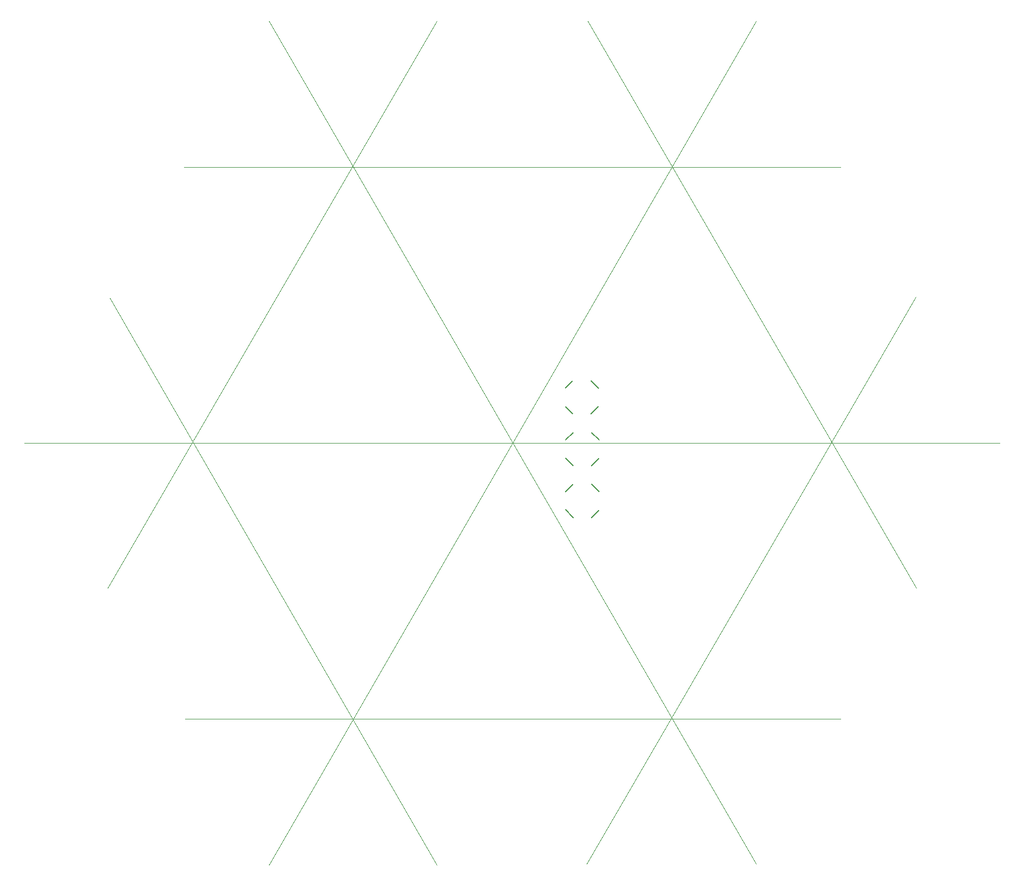
<source format=gbr>
G04 DipTrace 3.3.1.3*
G04 TopAssy.gbr*
%MOIN*%
G04 #@! TF.FileFunction,Drawing,Top*
G04 #@! TF.Part,Single*
%ADD22C,0.001312*%
%ADD24C,0.005*%
%FSLAX26Y26*%
G04*
G70*
G90*
G75*
G01*
G04 TopAssy*
%LPD*%
X3882497Y3073910D2*
D24*
X3927027Y3029378D1*
Y2914093D2*
X3882149Y2869192D1*
X3769710D2*
X3722293Y2916587D1*
Y3027989D2*
X3768215Y3073910D1*
X3882497Y2755160D2*
X3927027Y2710627D1*
Y2595342D2*
X3882149Y2550441D1*
X3769710D2*
X3722293Y2597837D1*
Y2709238D2*
X3768215Y2755160D1*
X3764912Y3189221D2*
X3720383Y3233753D1*
Y3349038D2*
X3765260Y3393939D1*
X3877700D2*
X3925116Y3346544D1*
Y3235142D2*
X3879194Y3189221D1*
X1895579Y5609690D2*
D22*
X4895579Y415941D1*
X3851829D2*
X5876829Y3909690D1*
X5414329Y1309690D2*
X1376829D1*
X3858080Y5609690D2*
X5883079Y2115941D1*
X4895579Y5609690D2*
X1895579Y409690D1*
X2926829D2*
X914329Y3903441D1*
X901829Y2115941D2*
X2926829Y5609690D1*
X389329Y3009690D2*
X6395579D1*
X1370579Y4709690D2*
X5414329D1*
M02*

</source>
